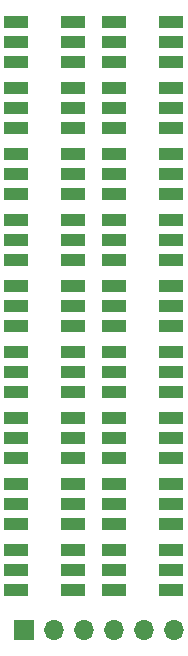
<source format=gbr>
%TF.GenerationSoftware,KiCad,Pcbnew,(6.0.0-0)*%
%TF.CreationDate,2022-02-03T13:53:59-05:00*%
%TF.ProjectId,Data Panel VU,44617461-2050-4616-9e65-6c2056552e6b,rev?*%
%TF.SameCoordinates,Original*%
%TF.FileFunction,Soldermask,Top*%
%TF.FilePolarity,Negative*%
%FSLAX46Y46*%
G04 Gerber Fmt 4.6, Leading zero omitted, Abs format (unit mm)*
G04 Created by KiCad (PCBNEW (6.0.0-0)) date 2022-02-03 13:53:59*
%MOMM*%
%LPD*%
G01*
G04 APERTURE LIST*
%ADD10R,2.000000X1.100000*%
%ADD11R,1.700000X1.700000*%
%ADD12O,1.700000X1.700000*%
G04 APERTURE END LIST*
D10*
%TO.C,D18*%
X131178000Y-65708000D03*
X131178000Y-64008000D03*
X131178000Y-62308000D03*
X126378000Y-62308000D03*
X126378000Y-64008000D03*
X126378000Y-65708000D03*
%TD*%
%TO.C,D5*%
X134678000Y-95836000D03*
X134678000Y-97536000D03*
X134678000Y-99236000D03*
X139478000Y-99236000D03*
X139478000Y-97536000D03*
X139478000Y-95836000D03*
%TD*%
%TO.C,D10*%
X131178000Y-88060000D03*
X131178000Y-86360000D03*
X131178000Y-84660000D03*
X126378000Y-84660000D03*
X126378000Y-86360000D03*
X126378000Y-88060000D03*
%TD*%
%TO.C,D15*%
X134678000Y-67896000D03*
X134678000Y-69596000D03*
X134678000Y-71296000D03*
X139478000Y-71296000D03*
X139478000Y-69596000D03*
X139478000Y-67896000D03*
%TD*%
%TO.C,D8*%
X131178000Y-93648000D03*
X131178000Y-91948000D03*
X131178000Y-90248000D03*
X126378000Y-90248000D03*
X126378000Y-91948000D03*
X126378000Y-93648000D03*
%TD*%
%TO.C,D3*%
X134678000Y-101424000D03*
X134678000Y-103124000D03*
X134678000Y-104824000D03*
X139478000Y-104824000D03*
X139478000Y-103124000D03*
X139478000Y-101424000D03*
%TD*%
%TO.C,D14*%
X131178000Y-76884000D03*
X131178000Y-75184000D03*
X131178000Y-73484000D03*
X126378000Y-73484000D03*
X126378000Y-75184000D03*
X126378000Y-76884000D03*
%TD*%
%TO.C,D11*%
X134678000Y-79072000D03*
X134678000Y-80772000D03*
X134678000Y-82472000D03*
X139478000Y-82472000D03*
X139478000Y-80772000D03*
X139478000Y-79072000D03*
%TD*%
%TO.C,D4*%
X131178000Y-104824000D03*
X131178000Y-103124000D03*
X131178000Y-101424000D03*
X126378000Y-101424000D03*
X126378000Y-103124000D03*
X126378000Y-104824000D03*
%TD*%
%TO.C,D6*%
X131178000Y-99236000D03*
X131178000Y-97536000D03*
X131178000Y-95836000D03*
X126378000Y-95836000D03*
X126378000Y-97536000D03*
X126378000Y-99236000D03*
%TD*%
%TO.C,D1*%
X134678000Y-107012000D03*
X134678000Y-108712000D03*
X134678000Y-110412000D03*
X139478000Y-110412000D03*
X139478000Y-108712000D03*
X139478000Y-107012000D03*
%TD*%
%TO.C,D13*%
X134678000Y-73484000D03*
X134678000Y-75184000D03*
X134678000Y-76884000D03*
X139478000Y-76884000D03*
X139478000Y-75184000D03*
X139478000Y-73484000D03*
%TD*%
%TO.C,D17*%
X134678000Y-62308000D03*
X134678000Y-64008000D03*
X134678000Y-65708000D03*
X139478000Y-65708000D03*
X139478000Y-64008000D03*
X139478000Y-62308000D03*
%TD*%
%TO.C,D7*%
X134678000Y-90248000D03*
X134678000Y-91948000D03*
X134678000Y-93648000D03*
X139478000Y-93648000D03*
X139478000Y-91948000D03*
X139478000Y-90248000D03*
%TD*%
%TO.C,D16*%
X131178000Y-71296000D03*
X131178000Y-69596000D03*
X131178000Y-67896000D03*
X126378000Y-67896000D03*
X126378000Y-69596000D03*
X126378000Y-71296000D03*
%TD*%
%TO.C,D12*%
X131178000Y-82472000D03*
X131178000Y-80772000D03*
X131178000Y-79072000D03*
X126378000Y-79072000D03*
X126378000Y-80772000D03*
X126378000Y-82472000D03*
%TD*%
%TO.C,D9*%
X134678000Y-84660000D03*
X134678000Y-86360000D03*
X134678000Y-88060000D03*
X139478000Y-88060000D03*
X139478000Y-86360000D03*
X139478000Y-84660000D03*
%TD*%
%TO.C,D2*%
X131178000Y-110412000D03*
X131178000Y-108712000D03*
X131178000Y-107012000D03*
X126378000Y-107012000D03*
X126378000Y-108712000D03*
X126378000Y-110412000D03*
%TD*%
D11*
%TO.C,J1*%
X127000000Y-113792000D03*
D12*
X129540000Y-113792000D03*
X132080000Y-113792000D03*
X134620000Y-113792000D03*
X137160000Y-113792000D03*
X139700000Y-113792000D03*
%TD*%
M02*

</source>
